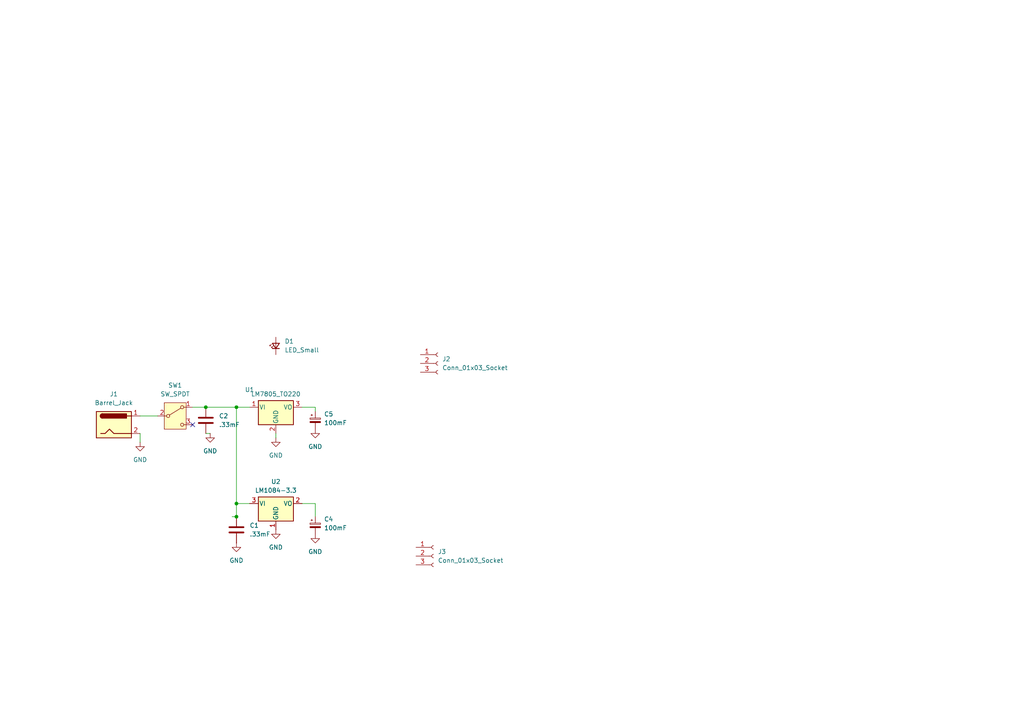
<source format=kicad_sch>
(kicad_sch
	(version 20231120)
	(generator "eeschema")
	(generator_version "8.0")
	(uuid "05d9bf2c-7298-4af7-b837-7c26b1aa679a")
	(paper "A4")
	(lib_symbols
		(symbol "Connector:Barrel_Jack"
			(pin_names
				(offset 1.016)
			)
			(exclude_from_sim no)
			(in_bom yes)
			(on_board yes)
			(property "Reference" "J"
				(at 0 5.334 0)
				(effects
					(font
						(size 1.27 1.27)
					)
				)
			)
			(property "Value" "Barrel_Jack"
				(at 0 -5.08 0)
				(effects
					(font
						(size 1.27 1.27)
					)
				)
			)
			(property "Footprint" ""
				(at 1.27 -1.016 0)
				(effects
					(font
						(size 1.27 1.27)
					)
					(hide yes)
				)
			)
			(property "Datasheet" "~"
				(at 1.27 -1.016 0)
				(effects
					(font
						(size 1.27 1.27)
					)
					(hide yes)
				)
			)
			(property "Description" "DC Barrel Jack"
				(at 0 0 0)
				(effects
					(font
						(size 1.27 1.27)
					)
					(hide yes)
				)
			)
			(property "ki_keywords" "DC power barrel jack connector"
				(at 0 0 0)
				(effects
					(font
						(size 1.27 1.27)
					)
					(hide yes)
				)
			)
			(property "ki_fp_filters" "BarrelJack*"
				(at 0 0 0)
				(effects
					(font
						(size 1.27 1.27)
					)
					(hide yes)
				)
			)
			(symbol "Barrel_Jack_0_1"
				(rectangle
					(start -5.08 3.81)
					(end 5.08 -3.81)
					(stroke
						(width 0.254)
						(type default)
					)
					(fill
						(type background)
					)
				)
				(arc
					(start -3.302 3.175)
					(mid -3.9343 2.54)
					(end -3.302 1.905)
					(stroke
						(width 0.254)
						(type default)
					)
					(fill
						(type none)
					)
				)
				(arc
					(start -3.302 3.175)
					(mid -3.9343 2.54)
					(end -3.302 1.905)
					(stroke
						(width 0.254)
						(type default)
					)
					(fill
						(type outline)
					)
				)
				(polyline
					(pts
						(xy 5.08 2.54) (xy 3.81 2.54)
					)
					(stroke
						(width 0.254)
						(type default)
					)
					(fill
						(type none)
					)
				)
				(polyline
					(pts
						(xy -3.81 -2.54) (xy -2.54 -2.54) (xy -1.27 -1.27) (xy 0 -2.54) (xy 2.54 -2.54) (xy 5.08 -2.54)
					)
					(stroke
						(width 0.254)
						(type default)
					)
					(fill
						(type none)
					)
				)
				(rectangle
					(start 3.683 3.175)
					(end -3.302 1.905)
					(stroke
						(width 0.254)
						(type default)
					)
					(fill
						(type outline)
					)
				)
			)
			(symbol "Barrel_Jack_1_1"
				(pin passive line
					(at 7.62 2.54 180)
					(length 2.54)
					(name "~"
						(effects
							(font
								(size 1.27 1.27)
							)
						)
					)
					(number "1"
						(effects
							(font
								(size 1.27 1.27)
							)
						)
					)
				)
				(pin passive line
					(at 7.62 -2.54 180)
					(length 2.54)
					(name "~"
						(effects
							(font
								(size 1.27 1.27)
							)
						)
					)
					(number "2"
						(effects
							(font
								(size 1.27 1.27)
							)
						)
					)
				)
			)
		)
		(symbol "Connector:Conn_01x03_Socket"
			(pin_names
				(offset 1.016) hide)
			(exclude_from_sim no)
			(in_bom yes)
			(on_board yes)
			(property "Reference" "J"
				(at 0 5.08 0)
				(effects
					(font
						(size 1.27 1.27)
					)
				)
			)
			(property "Value" "Conn_01x03_Socket"
				(at 0 -5.08 0)
				(effects
					(font
						(size 1.27 1.27)
					)
				)
			)
			(property "Footprint" ""
				(at 0 0 0)
				(effects
					(font
						(size 1.27 1.27)
					)
					(hide yes)
				)
			)
			(property "Datasheet" "~"
				(at 0 0 0)
				(effects
					(font
						(size 1.27 1.27)
					)
					(hide yes)
				)
			)
			(property "Description" "Generic connector, single row, 01x03, script generated"
				(at 0 0 0)
				(effects
					(font
						(size 1.27 1.27)
					)
					(hide yes)
				)
			)
			(property "ki_locked" ""
				(at 0 0 0)
				(effects
					(font
						(size 1.27 1.27)
					)
				)
			)
			(property "ki_keywords" "connector"
				(at 0 0 0)
				(effects
					(font
						(size 1.27 1.27)
					)
					(hide yes)
				)
			)
			(property "ki_fp_filters" "Connector*:*_1x??_*"
				(at 0 0 0)
				(effects
					(font
						(size 1.27 1.27)
					)
					(hide yes)
				)
			)
			(symbol "Conn_01x03_Socket_1_1"
				(arc
					(start 0 -2.032)
					(mid -0.5058 -2.54)
					(end 0 -3.048)
					(stroke
						(width 0.1524)
						(type default)
					)
					(fill
						(type none)
					)
				)
				(polyline
					(pts
						(xy -1.27 -2.54) (xy -0.508 -2.54)
					)
					(stroke
						(width 0.1524)
						(type default)
					)
					(fill
						(type none)
					)
				)
				(polyline
					(pts
						(xy -1.27 0) (xy -0.508 0)
					)
					(stroke
						(width 0.1524)
						(type default)
					)
					(fill
						(type none)
					)
				)
				(polyline
					(pts
						(xy -1.27 2.54) (xy -0.508 2.54)
					)
					(stroke
						(width 0.1524)
						(type default)
					)
					(fill
						(type none)
					)
				)
				(arc
					(start 0 0.508)
					(mid -0.5058 0)
					(end 0 -0.508)
					(stroke
						(width 0.1524)
						(type default)
					)
					(fill
						(type none)
					)
				)
				(arc
					(start 0 3.048)
					(mid -0.5058 2.54)
					(end 0 2.032)
					(stroke
						(width 0.1524)
						(type default)
					)
					(fill
						(type none)
					)
				)
				(pin passive line
					(at -5.08 2.54 0)
					(length 3.81)
					(name "Pin_1"
						(effects
							(font
								(size 1.27 1.27)
							)
						)
					)
					(number "1"
						(effects
							(font
								(size 1.27 1.27)
							)
						)
					)
				)
				(pin passive line
					(at -5.08 0 0)
					(length 3.81)
					(name "Pin_2"
						(effects
							(font
								(size 1.27 1.27)
							)
						)
					)
					(number "2"
						(effects
							(font
								(size 1.27 1.27)
							)
						)
					)
				)
				(pin passive line
					(at -5.08 -2.54 0)
					(length 3.81)
					(name "Pin_3"
						(effects
							(font
								(size 1.27 1.27)
							)
						)
					)
					(number "3"
						(effects
							(font
								(size 1.27 1.27)
							)
						)
					)
				)
			)
		)
		(symbol "Device:C"
			(pin_numbers hide)
			(pin_names
				(offset 0.254)
			)
			(exclude_from_sim no)
			(in_bom yes)
			(on_board yes)
			(property "Reference" "C"
				(at 0.635 2.54 0)
				(effects
					(font
						(size 1.27 1.27)
					)
					(justify left)
				)
			)
			(property "Value" "C"
				(at 0.635 -2.54 0)
				(effects
					(font
						(size 1.27 1.27)
					)
					(justify left)
				)
			)
			(property "Footprint" ""
				(at 0.9652 -3.81 0)
				(effects
					(font
						(size 1.27 1.27)
					)
					(hide yes)
				)
			)
			(property "Datasheet" "~"
				(at 0 0 0)
				(effects
					(font
						(size 1.27 1.27)
					)
					(hide yes)
				)
			)
			(property "Description" "Unpolarized capacitor"
				(at 0 0 0)
				(effects
					(font
						(size 1.27 1.27)
					)
					(hide yes)
				)
			)
			(property "ki_keywords" "cap capacitor"
				(at 0 0 0)
				(effects
					(font
						(size 1.27 1.27)
					)
					(hide yes)
				)
			)
			(property "ki_fp_filters" "C_*"
				(at 0 0 0)
				(effects
					(font
						(size 1.27 1.27)
					)
					(hide yes)
				)
			)
			(symbol "C_0_1"
				(polyline
					(pts
						(xy -2.032 -0.762) (xy 2.032 -0.762)
					)
					(stroke
						(width 0.508)
						(type default)
					)
					(fill
						(type none)
					)
				)
				(polyline
					(pts
						(xy -2.032 0.762) (xy 2.032 0.762)
					)
					(stroke
						(width 0.508)
						(type default)
					)
					(fill
						(type none)
					)
				)
			)
			(symbol "C_1_1"
				(pin passive line
					(at 0 3.81 270)
					(length 2.794)
					(name "~"
						(effects
							(font
								(size 1.27 1.27)
							)
						)
					)
					(number "1"
						(effects
							(font
								(size 1.27 1.27)
							)
						)
					)
				)
				(pin passive line
					(at 0 -3.81 90)
					(length 2.794)
					(name "~"
						(effects
							(font
								(size 1.27 1.27)
							)
						)
					)
					(number "2"
						(effects
							(font
								(size 1.27 1.27)
							)
						)
					)
				)
			)
		)
		(symbol "Device:C_Polarized_Small"
			(pin_numbers hide)
			(pin_names
				(offset 0.254) hide)
			(exclude_from_sim no)
			(in_bom yes)
			(on_board yes)
			(property "Reference" "C"
				(at 0.254 1.778 0)
				(effects
					(font
						(size 1.27 1.27)
					)
					(justify left)
				)
			)
			(property "Value" "C_Polarized_Small"
				(at 0.254 -2.032 0)
				(effects
					(font
						(size 1.27 1.27)
					)
					(justify left)
				)
			)
			(property "Footprint" ""
				(at 0 0 0)
				(effects
					(font
						(size 1.27 1.27)
					)
					(hide yes)
				)
			)
			(property "Datasheet" "~"
				(at 0 0 0)
				(effects
					(font
						(size 1.27 1.27)
					)
					(hide yes)
				)
			)
			(property "Description" "Polarized capacitor, small symbol"
				(at 0 0 0)
				(effects
					(font
						(size 1.27 1.27)
					)
					(hide yes)
				)
			)
			(property "ki_keywords" "cap capacitor"
				(at 0 0 0)
				(effects
					(font
						(size 1.27 1.27)
					)
					(hide yes)
				)
			)
			(property "ki_fp_filters" "CP_*"
				(at 0 0 0)
				(effects
					(font
						(size 1.27 1.27)
					)
					(hide yes)
				)
			)
			(symbol "C_Polarized_Small_0_1"
				(rectangle
					(start -1.524 -0.3048)
					(end 1.524 -0.6858)
					(stroke
						(width 0)
						(type default)
					)
					(fill
						(type outline)
					)
				)
				(rectangle
					(start -1.524 0.6858)
					(end 1.524 0.3048)
					(stroke
						(width 0)
						(type default)
					)
					(fill
						(type none)
					)
				)
				(polyline
					(pts
						(xy -1.27 1.524) (xy -0.762 1.524)
					)
					(stroke
						(width 0)
						(type default)
					)
					(fill
						(type none)
					)
				)
				(polyline
					(pts
						(xy -1.016 1.27) (xy -1.016 1.778)
					)
					(stroke
						(width 0)
						(type default)
					)
					(fill
						(type none)
					)
				)
			)
			(symbol "C_Polarized_Small_1_1"
				(pin passive line
					(at 0 2.54 270)
					(length 1.8542)
					(name "~"
						(effects
							(font
								(size 1.27 1.27)
							)
						)
					)
					(number "1"
						(effects
							(font
								(size 1.27 1.27)
							)
						)
					)
				)
				(pin passive line
					(at 0 -2.54 90)
					(length 1.8542)
					(name "~"
						(effects
							(font
								(size 1.27 1.27)
							)
						)
					)
					(number "2"
						(effects
							(font
								(size 1.27 1.27)
							)
						)
					)
				)
			)
		)
		(symbol "Device:LED_Small"
			(pin_numbers hide)
			(pin_names
				(offset 0.254) hide)
			(exclude_from_sim no)
			(in_bom yes)
			(on_board yes)
			(property "Reference" "D"
				(at -1.27 3.175 0)
				(effects
					(font
						(size 1.27 1.27)
					)
					(justify left)
				)
			)
			(property "Value" "LED_Small"
				(at -4.445 -2.54 0)
				(effects
					(font
						(size 1.27 1.27)
					)
					(justify left)
				)
			)
			(property "Footprint" ""
				(at 0 0 90)
				(effects
					(font
						(size 1.27 1.27)
					)
					(hide yes)
				)
			)
			(property "Datasheet" "~"
				(at 0 0 90)
				(effects
					(font
						(size 1.27 1.27)
					)
					(hide yes)
				)
			)
			(property "Description" "Light emitting diode, small symbol"
				(at 0 0 0)
				(effects
					(font
						(size 1.27 1.27)
					)
					(hide yes)
				)
			)
			(property "ki_keywords" "LED diode light-emitting-diode"
				(at 0 0 0)
				(effects
					(font
						(size 1.27 1.27)
					)
					(hide yes)
				)
			)
			(property "ki_fp_filters" "LED* LED_SMD:* LED_THT:*"
				(at 0 0 0)
				(effects
					(font
						(size 1.27 1.27)
					)
					(hide yes)
				)
			)
			(symbol "LED_Small_0_1"
				(polyline
					(pts
						(xy -0.762 -1.016) (xy -0.762 1.016)
					)
					(stroke
						(width 0.254)
						(type default)
					)
					(fill
						(type none)
					)
				)
				(polyline
					(pts
						(xy 1.016 0) (xy -0.762 0)
					)
					(stroke
						(width 0)
						(type default)
					)
					(fill
						(type none)
					)
				)
				(polyline
					(pts
						(xy 0.762 -1.016) (xy -0.762 0) (xy 0.762 1.016) (xy 0.762 -1.016)
					)
					(stroke
						(width 0.254)
						(type default)
					)
					(fill
						(type none)
					)
				)
				(polyline
					(pts
						(xy 0 0.762) (xy -0.508 1.27) (xy -0.254 1.27) (xy -0.508 1.27) (xy -0.508 1.016)
					)
					(stroke
						(width 0)
						(type default)
					)
					(fill
						(type none)
					)
				)
				(polyline
					(pts
						(xy 0.508 1.27) (xy 0 1.778) (xy 0.254 1.778) (xy 0 1.778) (xy 0 1.524)
					)
					(stroke
						(width 0)
						(type default)
					)
					(fill
						(type none)
					)
				)
			)
			(symbol "LED_Small_1_1"
				(pin passive line
					(at -2.54 0 0)
					(length 1.778)
					(name "K"
						(effects
							(font
								(size 1.27 1.27)
							)
						)
					)
					(number "1"
						(effects
							(font
								(size 1.27 1.27)
							)
						)
					)
				)
				(pin passive line
					(at 2.54 0 180)
					(length 1.778)
					(name "A"
						(effects
							(font
								(size 1.27 1.27)
							)
						)
					)
					(number "2"
						(effects
							(font
								(size 1.27 1.27)
							)
						)
					)
				)
			)
		)
		(symbol "Regulator_Linear:LM1084-3.3"
			(pin_names
				(offset 0.254)
			)
			(exclude_from_sim no)
			(in_bom yes)
			(on_board yes)
			(property "Reference" "U"
				(at -3.81 3.175 0)
				(effects
					(font
						(size 1.27 1.27)
					)
				)
			)
			(property "Value" "LM1084-3.3"
				(at 0 3.175 0)
				(effects
					(font
						(size 1.27 1.27)
					)
					(justify left)
				)
			)
			(property "Footprint" ""
				(at 0 6.35 0)
				(effects
					(font
						(size 1.27 1.27)
						(italic yes)
					)
					(hide yes)
				)
			)
			(property "Datasheet" "http://www.ti.com/lit/ds/symlink/lm1084.pdf"
				(at 0 0 0)
				(effects
					(font
						(size 1.27 1.27)
					)
					(hide yes)
				)
			)
			(property "Description" "5A 27V Linear Regulator, Fixed Output 3.3V, TO-220/TO-263"
				(at 0 0 0)
				(effects
					(font
						(size 1.27 1.27)
					)
					(hide yes)
				)
			)
			(property "ki_keywords" "Voltage Regulator Fixed 5A Positive"
				(at 0 0 0)
				(effects
					(font
						(size 1.27 1.27)
					)
					(hide yes)
				)
			)
			(property "ki_fp_filters" "TO?220* TO?263*"
				(at 0 0 0)
				(effects
					(font
						(size 1.27 1.27)
					)
					(hide yes)
				)
			)
			(symbol "LM1084-3.3_0_1"
				(rectangle
					(start -5.08 1.905)
					(end 5.08 -5.08)
					(stroke
						(width 0.254)
						(type default)
					)
					(fill
						(type background)
					)
				)
			)
			(symbol "LM1084-3.3_1_1"
				(pin power_in line
					(at 0 -7.62 90)
					(length 2.54)
					(name "GND"
						(effects
							(font
								(size 1.27 1.27)
							)
						)
					)
					(number "1"
						(effects
							(font
								(size 1.27 1.27)
							)
						)
					)
				)
				(pin power_out line
					(at 7.62 0 180)
					(length 2.54)
					(name "VO"
						(effects
							(font
								(size 1.27 1.27)
							)
						)
					)
					(number "2"
						(effects
							(font
								(size 1.27 1.27)
							)
						)
					)
				)
				(pin power_in line
					(at -7.62 0 0)
					(length 2.54)
					(name "VI"
						(effects
							(font
								(size 1.27 1.27)
							)
						)
					)
					(number "3"
						(effects
							(font
								(size 1.27 1.27)
							)
						)
					)
				)
			)
		)
		(symbol "Regulator_Linear:LM7805_TO220"
			(pin_names
				(offset 0.254)
			)
			(exclude_from_sim no)
			(in_bom yes)
			(on_board yes)
			(property "Reference" "U"
				(at -3.81 3.175 0)
				(effects
					(font
						(size 1.27 1.27)
					)
				)
			)
			(property "Value" "LM7805_TO220"
				(at 0 3.175 0)
				(effects
					(font
						(size 1.27 1.27)
					)
					(justify left)
				)
			)
			(property "Footprint" "Package_TO_SOT_THT:TO-220-3_Vertical"
				(at 0 5.715 0)
				(effects
					(font
						(size 1.27 1.27)
						(italic yes)
					)
					(hide yes)
				)
			)
			(property "Datasheet" "https://www.onsemi.cn/PowerSolutions/document/MC7800-D.PDF"
				(at 0 -1.27 0)
				(effects
					(font
						(size 1.27 1.27)
					)
					(hide yes)
				)
			)
			(property "Description" "Positive 1A 35V Linear Regulator, Fixed Output 5V, TO-220"
				(at 0 0 0)
				(effects
					(font
						(size 1.27 1.27)
					)
					(hide yes)
				)
			)
			(property "ki_keywords" "Voltage Regulator 1A Positive"
				(at 0 0 0)
				(effects
					(font
						(size 1.27 1.27)
					)
					(hide yes)
				)
			)
			(property "ki_fp_filters" "TO?220*"
				(at 0 0 0)
				(effects
					(font
						(size 1.27 1.27)
					)
					(hide yes)
				)
			)
			(symbol "LM7805_TO220_0_1"
				(rectangle
					(start -5.08 1.905)
					(end 5.08 -5.08)
					(stroke
						(width 0.254)
						(type default)
					)
					(fill
						(type background)
					)
				)
			)
			(symbol "LM7805_TO220_1_1"
				(pin power_in line
					(at -7.62 0 0)
					(length 2.54)
					(name "VI"
						(effects
							(font
								(size 1.27 1.27)
							)
						)
					)
					(number "1"
						(effects
							(font
								(size 1.27 1.27)
							)
						)
					)
				)
				(pin power_in line
					(at 0 -7.62 90)
					(length 2.54)
					(name "GND"
						(effects
							(font
								(size 1.27 1.27)
							)
						)
					)
					(number "2"
						(effects
							(font
								(size 1.27 1.27)
							)
						)
					)
				)
				(pin power_out line
					(at 7.62 0 180)
					(length 2.54)
					(name "VO"
						(effects
							(font
								(size 1.27 1.27)
							)
						)
					)
					(number "3"
						(effects
							(font
								(size 1.27 1.27)
							)
						)
					)
				)
			)
		)
		(symbol "Switch:SW_SPDT"
			(pin_names
				(offset 0) hide)
			(exclude_from_sim no)
			(in_bom yes)
			(on_board yes)
			(property "Reference" "SW"
				(at 0 5.08 0)
				(effects
					(font
						(size 1.27 1.27)
					)
				)
			)
			(property "Value" "SW_SPDT"
				(at 0 -5.08 0)
				(effects
					(font
						(size 1.27 1.27)
					)
				)
			)
			(property "Footprint" ""
				(at 0 0 0)
				(effects
					(font
						(size 1.27 1.27)
					)
					(hide yes)
				)
			)
			(property "Datasheet" "~"
				(at 0 -7.62 0)
				(effects
					(font
						(size 1.27 1.27)
					)
					(hide yes)
				)
			)
			(property "Description" "Switch, single pole double throw"
				(at 0 0 0)
				(effects
					(font
						(size 1.27 1.27)
					)
					(hide yes)
				)
			)
			(property "ki_keywords" "switch single-pole double-throw spdt ON-ON"
				(at 0 0 0)
				(effects
					(font
						(size 1.27 1.27)
					)
					(hide yes)
				)
			)
			(symbol "SW_SPDT_0_1"
				(circle
					(center -2.032 0)
					(radius 0.4572)
					(stroke
						(width 0)
						(type default)
					)
					(fill
						(type none)
					)
				)
				(polyline
					(pts
						(xy -1.651 0.254) (xy 1.651 2.286)
					)
					(stroke
						(width 0)
						(type default)
					)
					(fill
						(type none)
					)
				)
				(circle
					(center 2.032 -2.54)
					(radius 0.4572)
					(stroke
						(width 0)
						(type default)
					)
					(fill
						(type none)
					)
				)
				(circle
					(center 2.032 2.54)
					(radius 0.4572)
					(stroke
						(width 0)
						(type default)
					)
					(fill
						(type none)
					)
				)
			)
			(symbol "SW_SPDT_1_1"
				(rectangle
					(start -3.175 3.81)
					(end 3.175 -3.81)
					(stroke
						(width 0)
						(type default)
					)
					(fill
						(type background)
					)
				)
				(pin passive line
					(at 5.08 2.54 180)
					(length 2.54)
					(name "A"
						(effects
							(font
								(size 1.27 1.27)
							)
						)
					)
					(number "1"
						(effects
							(font
								(size 1.27 1.27)
							)
						)
					)
				)
				(pin passive line
					(at -5.08 0 0)
					(length 2.54)
					(name "B"
						(effects
							(font
								(size 1.27 1.27)
							)
						)
					)
					(number "2"
						(effects
							(font
								(size 1.27 1.27)
							)
						)
					)
				)
				(pin passive line
					(at 5.08 -2.54 180)
					(length 2.54)
					(name "C"
						(effects
							(font
								(size 1.27 1.27)
							)
						)
					)
					(number "3"
						(effects
							(font
								(size 1.27 1.27)
							)
						)
					)
				)
			)
		)
		(symbol "power:GND"
			(power)
			(pin_numbers hide)
			(pin_names
				(offset 0) hide)
			(exclude_from_sim no)
			(in_bom yes)
			(on_board yes)
			(property "Reference" "#PWR"
				(at 0 -6.35 0)
				(effects
					(font
						(size 1.27 1.27)
					)
					(hide yes)
				)
			)
			(property "Value" "GND"
				(at 0 -3.81 0)
				(effects
					(font
						(size 1.27 1.27)
					)
				)
			)
			(property "Footprint" ""
				(at 0 0 0)
				(effects
					(font
						(size 1.27 1.27)
					)
					(hide yes)
				)
			)
			(property "Datasheet" ""
				(at 0 0 0)
				(effects
					(font
						(size 1.27 1.27)
					)
					(hide yes)
				)
			)
			(property "Description" "Power symbol creates a global label with name \"GND\" , ground"
				(at 0 0 0)
				(effects
					(font
						(size 1.27 1.27)
					)
					(hide yes)
				)
			)
			(property "ki_keywords" "global power"
				(at 0 0 0)
				(effects
					(font
						(size 1.27 1.27)
					)
					(hide yes)
				)
			)
			(symbol "GND_0_1"
				(polyline
					(pts
						(xy 0 0) (xy 0 -1.27) (xy 1.27 -1.27) (xy 0 -2.54) (xy -1.27 -1.27) (xy 0 -1.27)
					)
					(stroke
						(width 0)
						(type default)
					)
					(fill
						(type none)
					)
				)
			)
			(symbol "GND_1_1"
				(pin power_in line
					(at 0 0 270)
					(length 0)
					(name "~"
						(effects
							(font
								(size 1.27 1.27)
							)
						)
					)
					(number "1"
						(effects
							(font
								(size 1.27 1.27)
							)
						)
					)
				)
			)
		)
	)
	(junction
		(at 59.69 118.11)
		(diameter 0)
		(color 0 0 0 0)
		(uuid "086455af-ffa0-4d85-b628-3b4e838ebf34")
	)
	(junction
		(at 68.58 149.86)
		(diameter 0)
		(color 0 0 0 0)
		(uuid "af2490aa-5e42-4b5c-92d5-20dcf308d652")
	)
	(junction
		(at 68.58 118.11)
		(diameter 0)
		(color 0 0 0 0)
		(uuid "d4397cbd-12c8-4696-a173-d0d8e138c01b")
	)
	(junction
		(at 68.58 146.05)
		(diameter 0)
		(color 0 0 0 0)
		(uuid "d9e1e4f9-f372-4085-8f6f-c5e568241e4e")
	)
	(no_connect
		(at 55.88 123.19)
		(uuid "f023f46d-cf96-4ab5-9b20-1bbab6ccd6ca")
	)
	(wire
		(pts
			(xy 80.01 125.73) (xy 80.01 127)
		)
		(stroke
			(width 0)
			(type default)
		)
		(uuid "0b714aee-a014-4686-9213-453d21f2ea65")
	)
	(wire
		(pts
			(xy 40.64 120.65) (xy 45.72 120.65)
		)
		(stroke
			(width 0)
			(type default)
		)
		(uuid "2dff9605-3b2a-4d84-949e-156f8b833ca2")
	)
	(wire
		(pts
			(xy 68.58 146.05) (xy 72.39 146.05)
		)
		(stroke
			(width 0)
			(type default)
		)
		(uuid "4a2d37aa-859c-453a-928f-6fd0f33b5fae")
	)
	(wire
		(pts
			(xy 55.88 118.11) (xy 59.69 118.11)
		)
		(stroke
			(width 0)
			(type default)
		)
		(uuid "56745636-7b85-412b-9e00-8ff3bf04baa4")
	)
	(wire
		(pts
			(xy 68.58 118.11) (xy 72.39 118.11)
		)
		(stroke
			(width 0)
			(type default)
		)
		(uuid "662de8aa-1360-45e3-b608-c69392a3a716")
	)
	(wire
		(pts
			(xy 91.44 149.86) (xy 91.44 146.05)
		)
		(stroke
			(width 0)
			(type default)
		)
		(uuid "6a42e02b-18da-48f2-8590-daf005a373d1")
	)
	(wire
		(pts
			(xy 40.64 125.73) (xy 40.64 128.27)
		)
		(stroke
			(width 0)
			(type default)
		)
		(uuid "892604b2-406d-44d7-aa04-3e6a8dba2545")
	)
	(wire
		(pts
			(xy 59.69 125.73) (xy 60.96 125.73)
		)
		(stroke
			(width 0)
			(type default)
		)
		(uuid "9857b956-3b9f-4a72-8601-a2f5bd0abc29")
	)
	(wire
		(pts
			(xy 68.58 146.05) (xy 68.58 149.86)
		)
		(stroke
			(width 0)
			(type default)
		)
		(uuid "a25ab88f-89e7-46ab-aaa8-20abeac453e1")
	)
	(wire
		(pts
			(xy 59.69 118.11) (xy 68.58 118.11)
		)
		(stroke
			(width 0)
			(type default)
		)
		(uuid "aa3451df-aec3-4b3b-8dec-76db62926d32")
	)
	(wire
		(pts
			(xy 68.58 118.11) (xy 68.58 146.05)
		)
		(stroke
			(width 0)
			(type default)
		)
		(uuid "aa492686-d9ce-44e4-98cf-c8f08e8482d4")
	)
	(wire
		(pts
			(xy 91.44 119.38) (xy 91.44 118.11)
		)
		(stroke
			(width 0)
			(type default)
		)
		(uuid "b4373035-12ec-4c94-a29e-1116f2b101de")
	)
	(wire
		(pts
			(xy 91.44 146.05) (xy 87.63 146.05)
		)
		(stroke
			(width 0)
			(type default)
		)
		(uuid "c4347573-1710-4960-bbb5-59aa4696dcf2")
	)
	(wire
		(pts
			(xy 67.31 149.86) (xy 68.58 149.86)
		)
		(stroke
			(width 0)
			(type default)
		)
		(uuid "d73d316c-500e-4d6d-98b7-1b8548879965")
	)
	(wire
		(pts
			(xy 91.44 118.11) (xy 87.63 118.11)
		)
		(stroke
			(width 0)
			(type default)
		)
		(uuid "fddbc5b3-9bc4-4899-b0a7-c2f5aac875ba")
	)
	(symbol
		(lib_id "Connector:Barrel_Jack")
		(at 33.02 123.19 0)
		(unit 1)
		(exclude_from_sim no)
		(in_bom yes)
		(on_board yes)
		(dnp no)
		(fields_autoplaced yes)
		(uuid "1f79cdbb-abe1-4993-8aff-63fa2f7e7915")
		(property "Reference" "J1"
			(at 33.02 114.3 0)
			(effects
				(font
					(size 1.27 1.27)
				)
			)
		)
		(property "Value" "Barrel_Jack"
			(at 33.02 116.84 0)
			(effects
				(font
					(size 1.27 1.27)
				)
			)
		)
		(property "Footprint" ""
			(at 34.29 124.206 0)
			(effects
				(font
					(size 1.27 1.27)
				)
				(hide yes)
			)
		)
		(property "Datasheet" "~"
			(at 34.29 124.206 0)
			(effects
				(font
					(size 1.27 1.27)
				)
				(hide yes)
			)
		)
		(property "Description" "DC Barrel Jack"
			(at 33.02 123.19 0)
			(effects
				(font
					(size 1.27 1.27)
				)
				(hide yes)
			)
		)
		(pin "2"
			(uuid "bbbcd2b5-afb7-485b-b61f-39e5949565e3")
		)
		(pin "1"
			(uuid "81792749-c4ab-42cd-b0f8-6946721069ef")
		)
		(instances
			(project ""
				(path "/05d9bf2c-7298-4af7-b837-7c26b1aa679a"
					(reference "J1")
					(unit 1)
				)
			)
		)
	)
	(symbol
		(lib_id "power:GND")
		(at 80.01 153.67 0)
		(unit 1)
		(exclude_from_sim no)
		(in_bom yes)
		(on_board yes)
		(dnp no)
		(fields_autoplaced yes)
		(uuid "3096e76c-e834-4ff1-9212-b90ce3e043e0")
		(property "Reference" "#PWR05"
			(at 80.01 160.02 0)
			(effects
				(font
					(size 1.27 1.27)
				)
				(hide yes)
			)
		)
		(property "Value" "GND"
			(at 80.01 158.75 0)
			(effects
				(font
					(size 1.27 1.27)
				)
			)
		)
		(property "Footprint" ""
			(at 80.01 153.67 0)
			(effects
				(font
					(size 1.27 1.27)
				)
				(hide yes)
			)
		)
		(property "Datasheet" ""
			(at 80.01 153.67 0)
			(effects
				(font
					(size 1.27 1.27)
				)
				(hide yes)
			)
		)
		(property "Description" "Power symbol creates a global label with name \"GND\" , ground"
			(at 80.01 153.67 0)
			(effects
				(font
					(size 1.27 1.27)
				)
				(hide yes)
			)
		)
		(pin "1"
			(uuid "dfcb07c6-7ffa-4b26-9f07-ff25b11933e4")
		)
		(instances
			(project "Cobra7805KiCad"
				(path "/05d9bf2c-7298-4af7-b837-7c26b1aa679a"
					(reference "#PWR05")
					(unit 1)
				)
			)
		)
	)
	(symbol
		(lib_id "Connector:Conn_01x03_Socket")
		(at 127 105.41 0)
		(unit 1)
		(exclude_from_sim no)
		(in_bom yes)
		(on_board yes)
		(dnp no)
		(fields_autoplaced yes)
		(uuid "4975329c-333b-4e25-b4ce-4aab36f21634")
		(property "Reference" "J2"
			(at 128.27 104.1399 0)
			(effects
				(font
					(size 1.27 1.27)
				)
				(justify left)
			)
		)
		(property "Value" "Conn_01x03_Socket"
			(at 128.27 106.6799 0)
			(effects
				(font
					(size 1.27 1.27)
				)
				(justify left)
			)
		)
		(property "Footprint" ""
			(at 127 105.41 0)
			(effects
				(font
					(size 1.27 1.27)
				)
				(hide yes)
			)
		)
		(property "Datasheet" "~"
			(at 127 105.41 0)
			(effects
				(font
					(size 1.27 1.27)
				)
				(hide yes)
			)
		)
		(property "Description" "Generic connector, single row, 01x03, script generated"
			(at 127 105.41 0)
			(effects
				(font
					(size 1.27 1.27)
				)
				(hide yes)
			)
		)
		(pin "1"
			(uuid "23366034-db0b-4f05-b1dc-3645bba7e6f4")
		)
		(pin "2"
			(uuid "6c318c34-9d5f-4f5a-b39e-b48afeacb27c")
		)
		(pin "3"
			(uuid "49e650c2-0292-4650-b51c-eab70ac3b499")
		)
		(instances
			(project ""
				(path "/05d9bf2c-7298-4af7-b837-7c26b1aa679a"
					(reference "J2")
					(unit 1)
				)
			)
		)
	)
	(symbol
		(lib_id "power:GND")
		(at 60.96 125.73 0)
		(unit 1)
		(exclude_from_sim no)
		(in_bom yes)
		(on_board yes)
		(dnp no)
		(fields_autoplaced yes)
		(uuid "4b1542aa-03df-411c-bbc0-a44f3abf7dff")
		(property "Reference" "#PWR02"
			(at 60.96 132.08 0)
			(effects
				(font
					(size 1.27 1.27)
				)
				(hide yes)
			)
		)
		(property "Value" "GND"
			(at 60.96 130.81 0)
			(effects
				(font
					(size 1.27 1.27)
				)
			)
		)
		(property "Footprint" ""
			(at 60.96 125.73 0)
			(effects
				(font
					(size 1.27 1.27)
				)
				(hide yes)
			)
		)
		(property "Datasheet" ""
			(at 60.96 125.73 0)
			(effects
				(font
					(size 1.27 1.27)
				)
				(hide yes)
			)
		)
		(property "Description" "Power symbol creates a global label with name \"GND\" , ground"
			(at 60.96 125.73 0)
			(effects
				(font
					(size 1.27 1.27)
				)
				(hide yes)
			)
		)
		(pin "1"
			(uuid "a6923ce8-63bb-453b-9add-fb20954c717a")
		)
		(instances
			(project "Cobra7805KiCad"
				(path "/05d9bf2c-7298-4af7-b837-7c26b1aa679a"
					(reference "#PWR02")
					(unit 1)
				)
			)
		)
	)
	(symbol
		(lib_id "Device:C")
		(at 68.58 153.67 0)
		(unit 1)
		(exclude_from_sim no)
		(in_bom yes)
		(on_board yes)
		(dnp no)
		(fields_autoplaced yes)
		(uuid "59b6b6e2-428a-4900-bd13-97e7e824c35a")
		(property "Reference" "C1"
			(at 72.39 152.3999 0)
			(effects
				(font
					(size 1.27 1.27)
				)
				(justify left)
			)
		)
		(property "Value" ".33mF"
			(at 72.39 154.9399 0)
			(effects
				(font
					(size 1.27 1.27)
				)
				(justify left)
			)
		)
		(property "Footprint" ""
			(at 69.5452 157.48 0)
			(effects
				(font
					(size 1.27 1.27)
				)
				(hide yes)
			)
		)
		(property "Datasheet" "~"
			(at 68.58 153.67 0)
			(effects
				(font
					(size 1.27 1.27)
				)
				(hide yes)
			)
		)
		(property "Description" "Unpolarized capacitor"
			(at 68.58 153.67 0)
			(effects
				(font
					(size 1.27 1.27)
				)
				(hide yes)
			)
		)
		(pin "1"
			(uuid "5c2f8ac1-25cf-407c-a841-cb3b6101bd91")
		)
		(pin "2"
			(uuid "42381ba9-7052-4597-b7c3-684d2a2a9c80")
		)
		(instances
			(project ""
				(path "/05d9bf2c-7298-4af7-b837-7c26b1aa679a"
					(reference "C1")
					(unit 1)
				)
			)
		)
	)
	(symbol
		(lib_id "power:GND")
		(at 91.44 154.94 0)
		(unit 1)
		(exclude_from_sim no)
		(in_bom yes)
		(on_board yes)
		(dnp no)
		(fields_autoplaced yes)
		(uuid "5b5791e0-d014-4bae-80c5-c2aac506e84c")
		(property "Reference" "#PWR06"
			(at 91.44 161.29 0)
			(effects
				(font
					(size 1.27 1.27)
				)
				(hide yes)
			)
		)
		(property "Value" "GND"
			(at 91.44 160.02 0)
			(effects
				(font
					(size 1.27 1.27)
				)
			)
		)
		(property "Footprint" ""
			(at 91.44 154.94 0)
			(effects
				(font
					(size 1.27 1.27)
				)
				(hide yes)
			)
		)
		(property "Datasheet" ""
			(at 91.44 154.94 0)
			(effects
				(font
					(size 1.27 1.27)
				)
				(hide yes)
			)
		)
		(property "Description" "Power symbol creates a global label with name \"GND\" , ground"
			(at 91.44 154.94 0)
			(effects
				(font
					(size 1.27 1.27)
				)
				(hide yes)
			)
		)
		(pin "1"
			(uuid "c9d11c87-82a1-464c-8442-794e1a683a43")
		)
		(instances
			(project "Cobra7805KiCad"
				(path "/05d9bf2c-7298-4af7-b837-7c26b1aa679a"
					(reference "#PWR06")
					(unit 1)
				)
			)
		)
	)
	(symbol
		(lib_id "power:GND")
		(at 68.58 157.48 0)
		(unit 1)
		(exclude_from_sim no)
		(in_bom yes)
		(on_board yes)
		(dnp no)
		(fields_autoplaced yes)
		(uuid "5fff5b2b-c90a-4ac4-88d8-fe641df766da")
		(property "Reference" "#PWR07"
			(at 68.58 163.83 0)
			(effects
				(font
					(size 1.27 1.27)
				)
				(hide yes)
			)
		)
		(property "Value" "GND"
			(at 68.58 162.56 0)
			(effects
				(font
					(size 1.27 1.27)
				)
			)
		)
		(property "Footprint" ""
			(at 68.58 157.48 0)
			(effects
				(font
					(size 1.27 1.27)
				)
				(hide yes)
			)
		)
		(property "Datasheet" ""
			(at 68.58 157.48 0)
			(effects
				(font
					(size 1.27 1.27)
				)
				(hide yes)
			)
		)
		(property "Description" "Power symbol creates a global label with name \"GND\" , ground"
			(at 68.58 157.48 0)
			(effects
				(font
					(size 1.27 1.27)
				)
				(hide yes)
			)
		)
		(pin "1"
			(uuid "e9af0220-469b-4687-b99a-66b5d87ecffc")
		)
		(instances
			(project "Cobra7805KiCad"
				(path "/05d9bf2c-7298-4af7-b837-7c26b1aa679a"
					(reference "#PWR07")
					(unit 1)
				)
			)
		)
	)
	(symbol
		(lib_id "Device:LED_Small")
		(at 80.01 100.33 90)
		(unit 1)
		(exclude_from_sim no)
		(in_bom yes)
		(on_board yes)
		(dnp no)
		(fields_autoplaced yes)
		(uuid "678fdcd8-9d0b-4a31-86ca-fff9f63f9bea")
		(property "Reference" "D1"
			(at 82.55 98.9964 90)
			(effects
				(font
					(size 1.27 1.27)
				)
				(justify right)
			)
		)
		(property "Value" "LED_Small"
			(at 82.55 101.5364 90)
			(effects
				(font
					(size 1.27 1.27)
				)
				(justify right)
			)
		)
		(property "Footprint" ""
			(at 80.01 100.33 90)
			(effects
				(font
					(size 1.27 1.27)
				)
				(hide yes)
			)
		)
		(property "Datasheet" "~"
			(at 80.01 100.33 90)
			(effects
				(font
					(size 1.27 1.27)
				)
				(hide yes)
			)
		)
		(property "Description" "Light emitting diode, small symbol"
			(at 80.01 100.33 0)
			(effects
				(font
					(size 1.27 1.27)
				)
				(hide yes)
			)
		)
		(pin "1"
			(uuid "f6ae8ef5-143e-4557-a1c7-7c57265caba6")
		)
		(pin "2"
			(uuid "2e0c2ef5-8efe-444a-b606-bb17e03cef46")
		)
		(instances
			(project ""
				(path "/05d9bf2c-7298-4af7-b837-7c26b1aa679a"
					(reference "D1")
					(unit 1)
				)
			)
		)
	)
	(symbol
		(lib_id "Regulator_Linear:LM7805_TO220")
		(at 80.01 118.11 0)
		(unit 1)
		(exclude_from_sim no)
		(in_bom yes)
		(on_board yes)
		(dnp no)
		(uuid "8c464f8d-7d47-46ef-bc8b-8d3580c2e904")
		(property "Reference" "U1"
			(at 72.39 113.03 0)
			(effects
				(font
					(size 1.27 1.27)
				)
			)
		)
		(property "Value" "LM7805_TO220"
			(at 80.01 114.3 0)
			(effects
				(font
					(size 1.27 1.27)
				)
			)
		)
		(property "Footprint" "Package_TO_SOT_THT:TO-220-3_Vertical"
			(at 80.01 112.395 0)
			(effects
				(font
					(size 1.27 1.27)
					(italic yes)
				)
				(hide yes)
			)
		)
		(property "Datasheet" "https://www.onsemi.cn/PowerSolutions/document/MC7800-D.PDF"
			(at 80.01 119.38 0)
			(effects
				(font
					(size 1.27 1.27)
				)
				(hide yes)
			)
		)
		(property "Description" "Positive 1A 35V Linear Regulator, Fixed Output 5V, TO-220"
			(at 80.01 118.11 0)
			(effects
				(font
					(size 1.27 1.27)
				)
				(hide yes)
			)
		)
		(pin "1"
			(uuid "a262ebc7-c593-470e-9cc4-a529dea3a33d")
		)
		(pin "2"
			(uuid "ad3177da-8548-4465-a5bb-14237b91b0d2")
		)
		(pin "3"
			(uuid "3f275840-0c8e-4f31-b4ed-65ae5c3128a5")
		)
		(instances
			(project ""
				(path "/05d9bf2c-7298-4af7-b837-7c26b1aa679a"
					(reference "U1")
					(unit 1)
				)
			)
		)
	)
	(symbol
		(lib_id "Switch:SW_SPDT")
		(at 50.8 120.65 0)
		(unit 1)
		(exclude_from_sim no)
		(in_bom yes)
		(on_board yes)
		(dnp no)
		(fields_autoplaced yes)
		(uuid "b342c08f-eebe-49dd-b0a3-76c78ab54b43")
		(property "Reference" "SW1"
			(at 50.8 111.76 0)
			(effects
				(font
					(size 1.27 1.27)
				)
			)
		)
		(property "Value" "SW_SPDT"
			(at 50.8 114.3 0)
			(effects
				(font
					(size 1.27 1.27)
				)
			)
		)
		(property "Footprint" ""
			(at 50.8 120.65 0)
			(effects
				(font
					(size 1.27 1.27)
				)
				(hide yes)
			)
		)
		(property "Datasheet" "~"
			(at 50.8 128.27 0)
			(effects
				(font
					(size 1.27 1.27)
				)
				(hide yes)
			)
		)
		(property "Description" "Switch, single pole double throw"
			(at 50.8 120.65 0)
			(effects
				(font
					(size 1.27 1.27)
				)
				(hide yes)
			)
		)
		(pin "3"
			(uuid "5e78f34c-cc9d-458b-b473-774655df5420")
		)
		(pin "2"
			(uuid "c5d6c7c4-8e8c-44ee-8eef-9ad601c550b1")
		)
		(pin "1"
			(uuid "453318b0-439f-4c64-b5fe-171d1c57b073")
		)
		(instances
			(project ""
				(path "/05d9bf2c-7298-4af7-b837-7c26b1aa679a"
					(reference "SW1")
					(unit 1)
				)
			)
		)
	)
	(symbol
		(lib_id "Device:C")
		(at 59.69 121.92 0)
		(unit 1)
		(exclude_from_sim no)
		(in_bom yes)
		(on_board yes)
		(dnp no)
		(fields_autoplaced yes)
		(uuid "c157b659-ca87-4b13-80e1-63c325209d4e")
		(property "Reference" "C2"
			(at 63.5 120.6499 0)
			(effects
				(font
					(size 1.27 1.27)
				)
				(justify left)
			)
		)
		(property "Value" ".33mF"
			(at 63.5 123.1899 0)
			(effects
				(font
					(size 1.27 1.27)
				)
				(justify left)
			)
		)
		(property "Footprint" ""
			(at 60.6552 125.73 0)
			(effects
				(font
					(size 1.27 1.27)
				)
				(hide yes)
			)
		)
		(property "Datasheet" "~"
			(at 59.69 121.92 0)
			(effects
				(font
					(size 1.27 1.27)
				)
				(hide yes)
			)
		)
		(property "Description" "Unpolarized capacitor"
			(at 59.69 121.92 0)
			(effects
				(font
					(size 1.27 1.27)
				)
				(hide yes)
			)
		)
		(pin "1"
			(uuid "f5646b5d-1b64-4a83-9e26-85615b2a4e94")
		)
		(pin "2"
			(uuid "e86f761f-b041-4d05-b8e2-a8e529f36178")
		)
		(instances
			(project "Cobra7805"
				(path "/05d9bf2c-7298-4af7-b837-7c26b1aa679a"
					(reference "C2")
					(unit 1)
				)
			)
		)
	)
	(symbol
		(lib_id "Connector:Conn_01x03_Socket")
		(at 125.73 161.29 0)
		(unit 1)
		(exclude_from_sim no)
		(in_bom yes)
		(on_board yes)
		(dnp no)
		(fields_autoplaced yes)
		(uuid "c6e080aa-c30a-499d-bf06-2e99937254d5")
		(property "Reference" "J3"
			(at 127 160.0199 0)
			(effects
				(font
					(size 1.27 1.27)
				)
				(justify left)
			)
		)
		(property "Value" "Conn_01x03_Socket"
			(at 127 162.5599 0)
			(effects
				(font
					(size 1.27 1.27)
				)
				(justify left)
			)
		)
		(property "Footprint" ""
			(at 125.73 161.29 0)
			(effects
				(font
					(size 1.27 1.27)
				)
				(hide yes)
			)
		)
		(property "Datasheet" "~"
			(at 125.73 161.29 0)
			(effects
				(font
					(size 1.27 1.27)
				)
				(hide yes)
			)
		)
		(property "Description" "Generic connector, single row, 01x03, script generated"
			(at 125.73 161.29 0)
			(effects
				(font
					(size 1.27 1.27)
				)
				(hide yes)
			)
		)
		(pin "1"
			(uuid "d4269561-2a84-425f-b543-0c36a6bfbbd5")
		)
		(pin "2"
			(uuid "20b34ae9-364e-4555-a978-cfa7f232e7e1")
		)
		(pin "3"
			(uuid "9e475cca-b965-4ed8-8547-f8b29559ee75")
		)
		(instances
			(project "Cobra7805KiCad"
				(path "/05d9bf2c-7298-4af7-b837-7c26b1aa679a"
					(reference "J3")
					(unit 1)
				)
			)
		)
	)
	(symbol
		(lib_id "Regulator_Linear:LM1084-3.3")
		(at 80.01 146.05 0)
		(unit 1)
		(exclude_from_sim no)
		(in_bom yes)
		(on_board yes)
		(dnp no)
		(fields_autoplaced yes)
		(uuid "d0eb84a9-7c5f-402b-889c-392fdc2eb730")
		(property "Reference" "U2"
			(at 80.01 139.7 0)
			(effects
				(font
					(size 1.27 1.27)
				)
			)
		)
		(property "Value" "LM1084-3.3"
			(at 80.01 142.24 0)
			(effects
				(font
					(size 1.27 1.27)
				)
			)
		)
		(property "Footprint" ""
			(at 80.01 139.7 0)
			(effects
				(font
					(size 1.27 1.27)
					(italic yes)
				)
				(hide yes)
			)
		)
		(property "Datasheet" "http://www.ti.com/lit/ds/symlink/lm1084.pdf"
			(at 80.01 146.05 0)
			(effects
				(font
					(size 1.27 1.27)
				)
				(hide yes)
			)
		)
		(property "Description" "5A 27V Linear Regulator, Fixed Output 3.3V, TO-220/TO-263"
			(at 80.01 146.05 0)
			(effects
				(font
					(size 1.27 1.27)
				)
				(hide yes)
			)
		)
		(pin "3"
			(uuid "82d5ad67-2467-4fcd-9793-7a39db9d6921")
		)
		(pin "1"
			(uuid "f070006c-699a-465b-ba11-f7b794744229")
		)
		(pin "2"
			(uuid "2d02d46b-41cb-4c45-9c51-e5b3ea081f58")
		)
		(instances
			(project ""
				(path "/05d9bf2c-7298-4af7-b837-7c26b1aa679a"
					(reference "U2")
					(unit 1)
				)
			)
		)
	)
	(symbol
		(lib_id "power:GND")
		(at 80.01 127 0)
		(unit 1)
		(exclude_from_sim no)
		(in_bom yes)
		(on_board yes)
		(dnp no)
		(fields_autoplaced yes)
		(uuid "d9657e49-574b-403b-841b-9295cd5405ce")
		(property "Reference" "#PWR04"
			(at 80.01 133.35 0)
			(effects
				(font
					(size 1.27 1.27)
				)
				(hide yes)
			)
		)
		(property "Value" "GND"
			(at 80.01 132.08 0)
			(effects
				(font
					(size 1.27 1.27)
				)
			)
		)
		(property "Footprint" ""
			(at 80.01 127 0)
			(effects
				(font
					(size 1.27 1.27)
				)
				(hide yes)
			)
		)
		(property "Datasheet" ""
			(at 80.01 127 0)
			(effects
				(font
					(size 1.27 1.27)
				)
				(hide yes)
			)
		)
		(property "Description" "Power symbol creates a global label with name \"GND\" , ground"
			(at 80.01 127 0)
			(effects
				(font
					(size 1.27 1.27)
				)
				(hide yes)
			)
		)
		(pin "1"
			(uuid "777e773b-80e7-4d42-952f-ce9503af55af")
		)
		(instances
			(project "Cobra7805KiCad"
				(path "/05d9bf2c-7298-4af7-b837-7c26b1aa679a"
					(reference "#PWR04")
					(unit 1)
				)
			)
		)
	)
	(symbol
		(lib_id "Device:C_Polarized_Small")
		(at 91.44 121.92 0)
		(unit 1)
		(exclude_from_sim no)
		(in_bom yes)
		(on_board yes)
		(dnp no)
		(fields_autoplaced yes)
		(uuid "e9bae5db-6dfa-4f45-b247-ba695352c305")
		(property "Reference" "C5"
			(at 93.98 120.1038 0)
			(effects
				(font
					(size 1.27 1.27)
				)
				(justify left)
			)
		)
		(property "Value" "100mF"
			(at 93.98 122.6438 0)
			(effects
				(font
					(size 1.27 1.27)
				)
				(justify left)
			)
		)
		(property "Footprint" ""
			(at 91.44 121.92 0)
			(effects
				(font
					(size 1.27 1.27)
				)
				(hide yes)
			)
		)
		(property "Datasheet" "~"
			(at 91.44 121.92 0)
			(effects
				(font
					(size 1.27 1.27)
				)
				(hide yes)
			)
		)
		(property "Description" "Polarized capacitor, small symbol"
			(at 91.44 121.92 0)
			(effects
				(font
					(size 1.27 1.27)
				)
				(hide yes)
			)
		)
		(pin "1"
			(uuid "2e5c9a74-b078-4501-9e13-d461f699627c")
		)
		(pin "2"
			(uuid "8e35e7c7-f084-4d40-8590-f42b95a93954")
		)
		(instances
			(project ""
				(path "/05d9bf2c-7298-4af7-b837-7c26b1aa679a"
					(reference "C5")
					(unit 1)
				)
			)
		)
	)
	(symbol
		(lib_id "power:GND")
		(at 91.44 124.46 0)
		(unit 1)
		(exclude_from_sim no)
		(in_bom yes)
		(on_board yes)
		(dnp no)
		(fields_autoplaced yes)
		(uuid "f0cc4369-0790-4663-9ff2-91977f48fe35")
		(property "Reference" "#PWR03"
			(at 91.44 130.81 0)
			(effects
				(font
					(size 1.27 1.27)
				)
				(hide yes)
			)
		)
		(property "Value" "GND"
			(at 91.44 129.54 0)
			(effects
				(font
					(size 1.27 1.27)
				)
			)
		)
		(property "Footprint" ""
			(at 91.44 124.46 0)
			(effects
				(font
					(size 1.27 1.27)
				)
				(hide yes)
			)
		)
		(property "Datasheet" ""
			(at 91.44 124.46 0)
			(effects
				(font
					(size 1.27 1.27)
				)
				(hide yes)
			)
		)
		(property "Description" "Power symbol creates a global label with name \"GND\" , ground"
			(at 91.44 124.46 0)
			(effects
				(font
					(size 1.27 1.27)
				)
				(hide yes)
			)
		)
		(pin "1"
			(uuid "8754d896-1d2f-460f-97e3-95748279d55f")
		)
		(instances
			(project "Cobra7805KiCad"
				(path "/05d9bf2c-7298-4af7-b837-7c26b1aa679a"
					(reference "#PWR03")
					(unit 1)
				)
			)
		)
	)
	(symbol
		(lib_id "Device:C_Polarized_Small")
		(at 91.44 152.4 0)
		(unit 1)
		(exclude_from_sim no)
		(in_bom yes)
		(on_board yes)
		(dnp no)
		(fields_autoplaced yes)
		(uuid "f38516b7-3226-47d8-9b85-cfda4084bc72")
		(property "Reference" "C4"
			(at 93.98 150.5838 0)
			(effects
				(font
					(size 1.27 1.27)
				)
				(justify left)
			)
		)
		(property "Value" "100mF"
			(at 93.98 153.1238 0)
			(effects
				(font
					(size 1.27 1.27)
				)
				(justify left)
			)
		)
		(property "Footprint" ""
			(at 91.44 152.4 0)
			(effects
				(font
					(size 1.27 1.27)
				)
				(hide yes)
			)
		)
		(property "Datasheet" "~"
			(at 91.44 152.4 0)
			(effects
				(font
					(size 1.27 1.27)
				)
				(hide yes)
			)
		)
		(property "Description" "Polarized capacitor, small symbol"
			(at 91.44 152.4 0)
			(effects
				(font
					(size 1.27 1.27)
				)
				(hide yes)
			)
		)
		(pin "1"
			(uuid "15a8b8b8-9167-4fbb-9f63-818ec81a29ae")
		)
		(pin "2"
			(uuid "3b24714b-3825-4adb-aa47-f6aa5ca980a0")
		)
		(instances
			(project "Cobra7805"
				(path "/05d9bf2c-7298-4af7-b837-7c26b1aa679a"
					(reference "C4")
					(unit 1)
				)
			)
		)
	)
	(symbol
		(lib_id "power:GND")
		(at 40.64 128.27 0)
		(unit 1)
		(exclude_from_sim no)
		(in_bom yes)
		(on_board yes)
		(dnp no)
		(fields_autoplaced yes)
		(uuid "fc01ef6f-c793-4102-b947-07df25e4b85d")
		(property "Reference" "#PWR01"
			(at 40.64 134.62 0)
			(effects
				(font
					(size 1.27 1.27)
				)
				(hide yes)
			)
		)
		(property "Value" "GND"
			(at 40.64 133.35 0)
			(effects
				(font
					(size 1.27 1.27)
				)
			)
		)
		(property "Footprint" ""
			(at 40.64 128.27 0)
			(effects
				(font
					(size 1.27 1.27)
				)
				(hide yes)
			)
		)
		(property "Datasheet" ""
			(at 40.64 128.27 0)
			(effects
				(font
					(size 1.27 1.27)
				)
				(hide yes)
			)
		)
		(property "Description" "Power symbol creates a global label with name \"GND\" , ground"
			(at 40.64 128.27 0)
			(effects
				(font
					(size 1.27 1.27)
				)
				(hide yes)
			)
		)
		(pin "1"
			(uuid "1ef2fe22-023c-407c-8d61-e3a6e664a339")
		)
		(instances
			(project ""
				(path "/05d9bf2c-7298-4af7-b837-7c26b1aa679a"
					(reference "#PWR01")
					(unit 1)
				)
			)
		)
	)
	(sheet_instances
		(path "/"
			(page "1")
		)
	)
)

</source>
